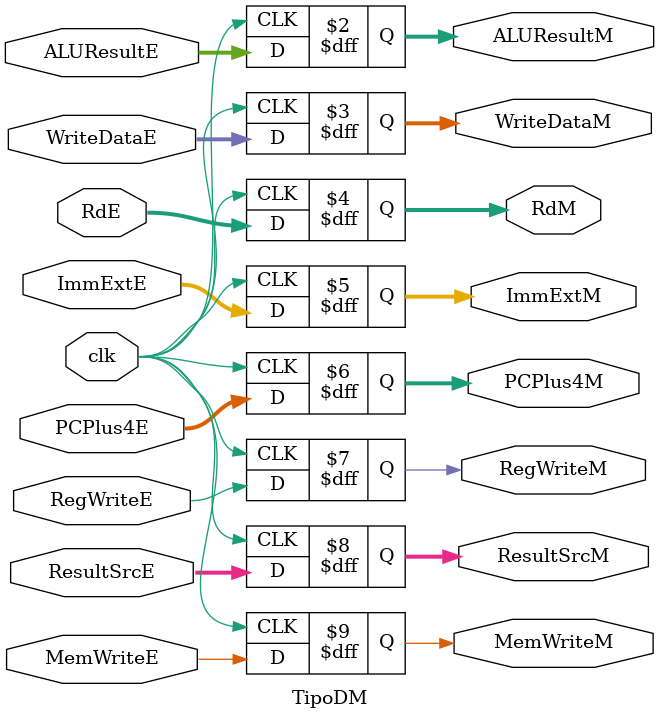
<source format=v>
`timescale 1ns / 1ps
module TipoDM(
 input  clk,
 input [31:0]ALUResultE,
 input [31:0]WriteDataE,
 input [4:0]RdE,
 input [31:0]ImmExtE,
 input [4:0]PCPlus4E,
 input RegWriteE,
 input [1:0]ResultSrcE,
 input MemWriteE,

 
 output reg [31:0]ALUResultM,
 output reg [31:0]WriteDataM,
 output reg [4:0]RdM,
 output reg [31:0]ImmExtM,
 output reg [4:0]PCPlus4M,
 
 output reg RegWriteM,
 output reg [1:0]ResultSrcM,
 output reg MemWriteM
 );
 
//Falta la lógica de FlushD

always @(posedge clk) begin
 RegWriteM <= RegWriteE;
 ResultSrcM <= ResultSrcE;
 MemWriteM <= MemWriteE;
 ALUResultM <= ALUResultE;
 WriteDataM <= WriteDataE;
 RdM <= RdE;
 ImmExtM <= ImmExtE;
 PCPlus4M <= PCPlus4E;
end


endmodule

</source>
